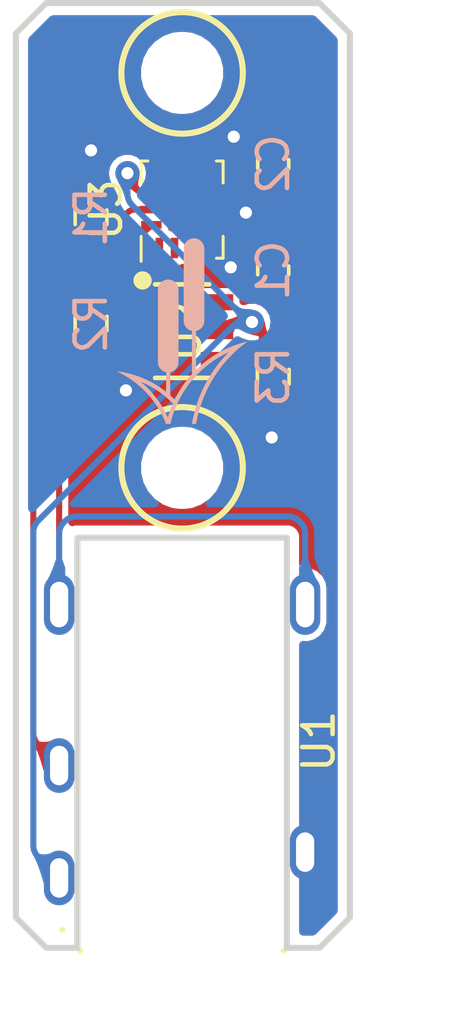
<source format=kicad_pcb>
(kicad_pcb (version 20221018) (generator pcbnew)
  (layers (0 "F.Cu" signal) (31 "B.Cu" signal) (34 "B.Paste" user) (35 "F.Paste" user) (36 "B.SilkS" user "B.Silkscreen") (37 "F.SilkS" user "F.Silkscreen") (38 "B.Mask" user) (39 "F.Mask" user) (44 "Edge.Cuts" user))
  (net 0 "")
  (net 1 "+3V3")
  (net 2 "/SDA")
  (net 3 "Net-(R2-Pad2)")
  (net 4 "/SCL")
  (net 5 "Net-(U3-VDD)")
  (net 6 "GND")
  (net 7 "Net-(R1-Pad2)")
  (footprint "SOT-23-6_L2.9-W1.6-P0.95-LS2.8-BL:SOT-23-6_L2.9-W1.6-P0.95-LS2.8-BL" (layer "F.Cu") (at 147 92.5 -90)
    (fp_text reference "U2" (at 0 -0.1 90) (layer "F.SilkS"))
    (fp_text value "SRV05-4_C558418")
    (fp_line (start -1.539192 0.889205) (end -1.539192 -0.889205) (stroke (width 0.1524)) (layer "F.SilkS"))
    (fp_line (start 1.539192 0.889205) (end 1.539192 -0.889205) (stroke (width 0.1524)) (layer "F.SilkS"))
    (fp_circle (center -1.668275 1.301499) (end -1.518161 1.301499) (stroke (width 0.3)) (fill none) (layer "F.SilkS"))
    (fp_circle (center -1.463018 1.4) (end -1.43302 1.4) (stroke (width 0.059995)) (fill none) (layer "F.SilkS"))
    (pad "1" smd rect (at -0.949962 1.149098 270) (size 0.532004 1.072009) (layers "F.Cu" "F.Paste" "F.Mask") (net 2 "/SDA"))
    (pad "2" smd rect (at 0 1.149098 270) (size 0.532004 1.072009) (layers "F.Cu" "F.Paste" "F.Mask") (net 6 "GND"))
    (pad "3" smd rect (at 0.949962 1.149098 270) (size 0.532004 1.072009) (layers "F.Cu" "F.Paste" "F.Mask") (net 4 "/SCL"))
    (pad "4" smd rect (at 0.949962 -1.149098 270) (size 0.532004 1.072009) (layers "F.Cu" "F.Paste" "F.Mask"))
    (pad "5" smd rect (at 0 -1.149098 270) (size 0.532004 1.072009) (layers "F.Cu" "F.Paste" "F.Mask") (net 1 "+3V3"))
    (pad "6" smd rect (at -0.949962 -1.149098 270) (size 0.532004 1.072009) (layers "F.Cu" "F.Paste" "F.Mask"))
  )
  (footprint "AUDIO-TH_ST-0277D00-052-142:AUDIO-TH_ST-0277D00-052-142" (layer "F.Cu") (at 147 106 90)
    (fp_text reference "U1" (at 0 4.5 270) (layer "F.SilkS"))
    (fp_text value "ST-0277D00-052-142")
    (fp_line (start -6.8 -3.45) (end -6.8 -4.5) (stroke (width 0.15)) (layer "F.SilkS"))
    (fp_line (start -6.8 -3.45) (end 6.7 -3.45) (stroke (width 0.15)) (layer "F.SilkS"))
    (fp_line (start -6.8 3.45) (end -6.8 4.5) (stroke (width 0.15)) (layer "F.SilkS"))
    (fp_line (start 6.7 -3.45) (end 6.7 3.45) (stroke (width 0.15)) (layer "F.SilkS"))
    (fp_line (start 6.7 3.45) (end -6.8 3.45) (stroke (width 0.15)) (layer "F.SilkS"))
    (fp_circle (center -6.9 -3.35) (end -6.9 -3.35) (stroke (width 0.1)) (fill none) (layer "F.SilkS"))
    (fp_circle (center -6.9 3.35) (end -6.9 3.35) (stroke (width 0.1)) (fill none) (layer "F.SilkS"))
    (fp_circle (center -6.2 -3.95) (end -6.2 -3.9) (stroke (width 0.1)) (fill none) (layer "F.SilkS"))
    (pad "1" thru_hole oval (at -4.5 -4.050038 90) (size 1.8 1) (drill oval 1.300025 0.6) (layers "*.Cu" "*.Mask") (net 1 "+3V3"))
    (pad "2" thru_hole oval (at -3.64986 4.050038 90) (size 1.8 1) (drill oval 1.3 0.6) (layers "*.Cu" "*.Mask") (net 6 "GND"))
    (pad "3" thru_hole oval (at -0.799975 -4.050038 90) (size 1.8 1) (drill oval 1.3 0.6) (layers "*.Cu" "*.Mask") (net 7 "Net-(R1-Pad2)"))
    (pad "4" thru_hole oval (at 4.5 4.050038 90) (size 2 1) (drill oval 1.5 0.6) (layers "*.Cu" "*.Mask") (net 3 "Net-(R2-Pad2)"))
    (pad "5" thru_hole oval (at 4.5 -4.050038 90) (size 2 1) (drill oval 1.5 0.6) (layers "*.Cu" "*.Mask") (net 3 "Net-(R2-Pad2)"))
  )
  (footprint "" (layer "F.Cu") (at 147 84)
    (fp_text reference "" (at 0 0) (layer "F.SilkS") (effects (font (size 1.27 1.27))))
    (fp_text value "" (at 0 0) (layer "F.SilkS") (effects (font (size 1.27 1.27))))
    (pad "" np_thru_hole circle (at 0 0) (size 2.2 2.2) (drill 2.2) (layers "F&B.Cu" "*.Mask"))
  )
  (footprint "Package_LGA:Bosch_LGA-14_3x2.5mm_P0.5mm" (layer "F.Cu") (at 147 88.5 90)
    (fp_text reference "U3" (at 0 -2.5 90) (layer "F.SilkS"))
    (fp_text value "BMI270")
    (fp_line (start -1.7 -1.35) (end -0.88 -1.35) (stroke (width 0.1)) (layer "F.SilkS"))
    (fp_line (start -1.6 1.35) (end -1.6 1.13) (stroke (width 0.1)) (layer "F.SilkS"))
    (fp_line (start -1.6 1.35) (end -0.88 1.35) (stroke (width 0.1)) (layer "F.SilkS"))
    (fp_line (start 0.88 -1.35) (end 1.6 -1.35) (stroke (width 0.1)) (layer "F.SilkS"))
    (fp_line (start 1.6 -1.35) (end 1.6 -1.13) (stroke (width 0.1)) (layer "F.SilkS"))
    (fp_line (start 1.6 1.13) (end 1.6 1.35) (stroke (width 0.1)) (layer "F.SilkS"))
    (fp_line (start 1.6 1.35) (end 0.88 1.35) (stroke (width 0.1)) (layer "F.SilkS"))
    (pad "1" smd rect (at -1.2625 -0.75 90) (size 0.675 0.25) (layers "F.Cu" "F.Paste" "F.Mask") (net 1 "+3V3"))
    (pad "2" smd rect (at -1.2625 -0.25 90) (size 0.675 0.25) (layers "F.Cu" "F.Paste" "F.Mask"))
    (pad "3" smd rect (at -1.2625 0.25 90) (size 0.675 0.25) (layers "F.Cu" "F.Paste" "F.Mask"))
    (pad "4" smd rect (at -1.2625 0.75 90) (size 0.675 0.25) (layers "F.Cu" "F.Paste" "F.Mask"))
    (pad "5" smd rect (at -0.5 1.0125 90) (size 0.25 0.675) (layers "F.Cu" "F.Paste" "F.Mask") (net 5 "Net-(U3-VDD)"))
    (pad "6" smd rect (at 0 1.0125 90) (size 0.25 0.675) (layers "F.Cu" "F.Paste" "F.Mask") (net 6 "GND"))
    (pad "7" smd rect (at 0.5 1.0125 90) (size 0.25 0.675) (layers "F.Cu" "F.Paste" "F.Mask") (net 6 "GND"))
    (pad "8" smd rect (at 1.2625 0.75 90) (size 0.675 0.25) (layers "F.Cu" "F.Paste" "F.Mask") (net 5 "Net-(U3-VDD)"))
    (pad "9" smd rect (at 1.2625 0.25 90) (size 0.675 0.25) (layers "F.Cu" "F.Paste" "F.Mask"))
    (pad "10" smd rect (at 1.2625 -0.25 90) (size 0.675 0.25) (layers "F.Cu" "F.Paste" "F.Mask"))
    (pad "11" smd rect (at 1.2625 -0.75 90) (size 0.675 0.25) (layers "F.Cu" "F.Paste" "F.Mask"))
    (pad "12" smd rect (at 0.5 -1.0125 90) (size 0.25 0.675) (layers "F.Cu" "F.Paste" "F.Mask") (net 1 "+3V3"))
    (pad "13" smd rect (at 0 -1.0125 90) (size 0.25 0.675) (layers "F.Cu" "F.Paste" "F.Mask") (net 4 "/SCL"))
    (pad "14" smd rect (at -0.5 -1.0125 90) (size 0.25 0.675) (layers "F.Cu" "F.Paste" "F.Mask") (net 2 "/SDA"))
  )
  (footprint "" (layer "F.Cu") (at 147 97)
    (fp_text reference "" (at 0 0) (layer "F.SilkS") (effects (font (size 1.27 1.27))))
    (fp_text value "" (at 0 0) (layer "F.SilkS") (effects (font (size 1.27 1.27))))
    (pad "" np_thru_hole circle (at 0 0) (size 2.2 2.2) (drill 2.2) (layers "F&B.Cu" "*.Mask"))
  )
  (footprint "Resistor_SMD:R_0603_1608Metric" (layer "F.Cu") (at 150 94 -90)
    (fp_text reference "R3" (at 0 0 -90) (layer "B.SilkS") (effects (justify mirror)))
    (fp_text value "1k")
    (fp_line (start -0.237258 -0.5225) (end 0.237258 -0.5225) (stroke (width 0.12)) (layer "F.SilkS"))
    (fp_line (start -0.237258 0.5225) (end 0.237258 0.5225) (stroke (width 0.12)) (layer "F.SilkS"))
    (pad "1" smd roundrect (at -0.825 0 270) (size 0.8 0.95) (layers "F.Cu" "F.Paste" "F.Mask") (net 1 "+3V3"))
    (pad "2" smd roundrect (at 0.825 0 270) (size 0.8 0.95) (layers "F.Cu" "F.Paste" "F.Mask") (net 5 "Net-(U3-VDD)"))
  )
  (footprint "Resistor_SMD:R_0603_1608Metric" (layer "F.Cu") (at 144 92.25 90)
    (fp_text reference "R2" (at 0 0 90) (layer "B.SilkS") (effects (justify mirror)))
    (fp_text value "1k")
    (fp_line (start -0.237258 -0.5225) (end 0.237258 -0.5225) (stroke (width 0.12)) (layer "F.SilkS"))
    (fp_line (start -0.237258 0.5225) (end 0.237258 0.5225) (stroke (width 0.12)) (layer "F.SilkS"))
    (pad "1" smd roundrect (at -0.825 0 90) (size 0.8 0.95) (layers "F.Cu" "F.Paste" "F.Mask") (net 4 "/SCL"))
    (pad "2" smd roundrect (at 0.825 0 90) (size 0.8 0.95) (layers "F.Cu" "F.Paste" "F.Mask") (net 3 "Net-(R2-Pad2)"))
  )
  (footprint "Capacitor_SMD:C_0603_1608Metric" (layer "F.Cu") (at 150 90.5 -90)
    (fp_text reference "C1" (at 0 0 90) (layer "B.SilkS") (effects (justify mirror)))
    (fp_text value "100n")
    (fp_line (start -0.14058 -0.51) (end 0.14058 -0.51) (stroke (width 0.12)) (layer "F.SilkS"))
    (fp_line (start -0.14058 0.51) (end 0.14058 0.51) (stroke (width 0.12)) (layer "F.SilkS"))
    (pad "1" smd roundrect (at -0.775 0 270) (size 0.9 0.95) (layers "F.Cu" "F.Paste" "F.Mask") (net 5 "Net-(U3-VDD)"))
    (pad "2" smd roundrect (at 0.775 0 270) (size 0.9 0.95) (layers "F.Cu" "F.Paste" "F.Mask") (net 6 "GND"))
  )
  (footprint "Capacitor_SMD:C_0603_1608Metric" (layer "F.Cu") (at 150 87 90)
    (fp_text reference "C2" (at 0 0 90) (layer "B.SilkS") (effects (justify mirror)))
    (fp_text value "100n")
    (fp_line (start -0.14058 -0.51) (end 0.14058 -0.51) (stroke (width 0.12)) (layer "F.SilkS"))
    (fp_line (start -0.14058 0.51) (end 0.14058 0.51) (stroke (width 0.12)) (layer "F.SilkS"))
    (pad "1" smd roundrect (at -0.775 0 90) (size 0.9 0.95) (layers "F.Cu" "F.Paste" "F.Mask") (net 5 "Net-(U3-VDD)"))
    (pad "2" smd roundrect (at 0.775 0 90) (size 0.9 0.95) (layers "F.Cu" "F.Paste" "F.Mask") (net 6 "GND"))
  )
  (footprint "Resistor_SMD:R_0603_1608Metric" (layer "F.Cu") (at 144 88.75 90)
    (fp_text reference "R1" (at 0 0 90) (layer "B.SilkS") (effects (justify mirror)))
    (fp_text value "1k")
    (fp_line (start -0.237258 -0.5225) (end 0.237258 -0.5225) (stroke (width 0.12)) (layer "F.SilkS"))
    (fp_line (start -0.237258 0.5225) (end 0.237258 0.5225) (stroke (width 0.12)) (layer "F.SilkS"))
    (pad "1" smd roundrect (at -0.825 0 90) (size 0.8 0.95) (layers "F.Cu" "F.Paste" "F.Mask") (net 2 "/SDA"))
    (pad "2" smd roundrect (at 0.825 0 90) (size 0.8 0.95) (layers "F.Cu" "F.Paste" "F.Mask") (net 7 "Net-(R1-Pad2)"))
  )
  (gr_poly (pts (xy 147.297965 89.456279) (xy 147.23955 89.478975) (xy 147.18622 89.511996) (xy 147.139867 89.554226) (xy 147.102071 89.604239) (xy 147.074134 89.660452) (xy 147.056988 89.720604) (xy 147.051283 89.783143) (xy 147.051128 92.161075) (xy 147.056027 92.219025) (xy 147.070817 92.275207) (xy 147.094939 92.328072) (xy 147.127619 92.376008) (xy 147.168113 92.417617) (xy 147.214932 92.45191) (xy 147.267177 92.477614) (xy 147.322894 92.493954) (xy 147.322739 93.912875) (xy 147.190189 94.067191) (xy 147.066848 94.228793) (xy 146.952684 94.397062) (xy 146.848567 94.571532) (xy 146.754247 94.751862) (xy 146.609325 94.613917) (xy 146.609325 93.852879) (xy 146.664888 93.836507) (xy 146.717102 93.810803) (xy 146.763952 93.776511) (xy 146.804414 93.734901) (xy 146.83728 93.686966) (xy 146.861248 93.634101) (xy 146.876007 93.577918) (xy 146.881092 93.519969) (xy 146.881402 91.142067) (xy 146.875542 91.079497) (xy 146.858396 91.019191) (xy 146.830459 90.963133) (xy 146.792663 90.91312) (xy 146.746309 90.870921) (xy 146.692979 90.8379) (xy 146.634564 90.815173) (xy 146.572956 90.803762) (xy 146.510262 90.803762) (xy 146.448653 90.815173) (xy 146.390238 90.8379) (xy 146.336908 90.870921) (xy 146.290554 90.91312) (xy 146.252758 90.963133) (xy 146.224822 91.019191) (xy 146.207675 91.079497) (xy 146.20197 91.142067) (xy 146.20166 93.519969) (xy 146.206559 93.577918) (xy 146.221318 93.634101) (xy 146.245472 93.686966) (xy 146.278152 93.734901) (xy 146.318646 93.776511) (xy 146.365619 93.810803) (xy 146.417709 93.836507) (xy 146.473427 93.852879) (xy 146.473427 94.499133) (xy 146.314212 94.380071) (xy 146.147989 94.271178) (xy 145.975256 94.172921) (xy 145.796848 94.085423) (xy 145.613324 94.009241) (xy 145.425367 93.944625) (xy 145.233905 93.891605) (xy 145.039282 93.850801) (xy 144.842736 93.822213) (xy 145.010694 93.905402) (xy 145.173568 93.998606) (xy 145.330427 94.101297) (xy 145.481084 94.213074) (xy 145.62492 94.333407) (xy 145.761129 94.462144) (xy 145.88971 94.598848) (xy 146.009703 94.742809) (xy 146.121169 94.893621) (xy 146.223395 95.050945) (xy 146.316103 95.214005) (xy 146.398982 95.382118) (xy 146.471535 95.554976) (xy 146.614875 95.554976) (xy 146.664082 95.364166) (xy 146.724078 95.176673) (xy 146.794585 94.992685) (xy 146.843663 94.883947) (xy 146.693289 94.883947) (xy 146.631711 95.033799) (xy 146.577079 95.186223) (xy 146.529454 95.341005) (xy 146.448343 95.173511) (xy 146.357868 95.010792) (xy 146.258308 94.853624) (xy 146.150067 94.702191) (xy 146.033516 94.557239) (xy 145.908903 94.418983) (xy 145.776663 94.288015) (xy 145.637292 94.164642) (xy 145.80525 94.239273) (xy 145.96859 94.323889) (xy 146.126409 94.418022) (xy 146.278493 94.52152) (xy 146.423911 94.633916) (xy 146.56232 94.75487) (xy 146.693289 94.883947) (xy 146.843663 94.883947) (xy 146.875542 94.813316) (xy 146.966668 94.638691) (xy 147.067623 94.469616) (xy 147.178128 94.306587) (xy 147.297811 94.150193) (xy 147.426237 94.001148) (xy 147.563097 93.85939) (xy 147.707863 93.725878) (xy 147.859947 93.60077) (xy 148.019007 93.48456) (xy 148.184423 93.377713) (xy 148.355885 93.280572) (xy 148.532402 93.193415) (xy 148.378272 93.35694) (xy 148.232699 93.528061) (xy 148.09618 93.7065) (xy 147.968994 93.89176) (xy 147.851389 94.083221) (xy 147.743737 94.280387) (xy 147.64644 94.482949) (xy 147.559593 94.69013) (xy 147.483381 94.901558) (xy 147.418299 95.116522) (xy 147.364163 95.334493) (xy 147.321158 95.554976) (xy 147.459103 95.555131) (xy 147.502139 95.340353) (xy 147.556089 95.128118) (xy 147.621015 94.91886) (xy 147.696422 94.713291) (xy 147.782463 94.511846) (xy 147.878829 94.31499) (xy 147.98521 94.123529) (xy 148.101234 93.937803) (xy 148.226653 93.758248) (xy 148.36128 93.58536) (xy 148.50462 93.419788) (xy 148.656394 93.26169) (xy 148.81595 93.111653) (xy 148.983103 92.970048) (xy 149.157263 92.837344) (xy 148.967383 92.88686) (xy 148.780542 92.946887) (xy 148.597173 93.017053) (xy 148.417959 93.097048) (xy 148.243334 93.186903) (xy 148.074104 93.286277) (xy 147.910269 93.394705) (xy 147.752791 93.512031) (xy 147.602133 93.63776) (xy 147.458638 93.771581) (xy 147.458793 92.49414) (xy 147.514355 92.477768) (xy 147.566569 92.452065) (xy 147.613419 92.417772) (xy 147.653882 92.376162) (xy 147.686593 92.328227) (xy 147.710715 92.275362) (xy 147.725474 92.21918) (xy 147.730559 92.16123) (xy 147.730714 89.783298) (xy 147.724854 89.720759) (xy 147.707708 89.660607) (xy 147.679772 89.604394) (xy 147.641976 89.554381) (xy 147.595622 89.512151) (xy 147.542292 89.479161) (xy 147.483877 89.456434) (xy 147.422268 89.445024) (xy 147.359574 89.444869)) (fill solid) (layer "B.SilkS"))
  (gr_circle (center 147 84) (end 148.99999 83.999991) (stroke (width 0.2)) (fill none) (layer "F.SilkS"))
  (gr_circle (center 147 97) (end 148.99999 96.999991) (stroke (width 0.2)) (fill none) (layer "F.SilkS"))
  (gr_line (start 152.525 82.7) (end 151.525 81.7) (stroke (width 0.2)) (layer "Edge.Cuts"))
  (gr_line (start 143.55 112.8) (end 143.55 112.8) (stroke (width 0.2)) (layer "Edge.Cuts"))
  (gr_line (start 141.525 111.8) (end 142.525 112.8) (stroke (width 0.2)) (layer "Edge.Cuts"))
  (gr_line (start 142.525 81.7) (end 141.525 82.7) (stroke (width 0.2)) (layer "Edge.Cuts"))
  (gr_line (start 143.55 99.3) (end 150.45 99.3) (stroke (width 0.2)) (layer "Edge.Cuts"))
  (gr_line (start 150.45 112.8) (end 150.45 99.3) (stroke (width 0.2)) (layer "Edge.Cuts"))
  (gr_line (start 141.525 111.8) (end 141.525 82.7) (stroke (width 0.2)) (layer "Edge.Cuts"))
  (gr_line (start 142.525 81.7) (end 151.525 81.7) (stroke (width 0.2)) (layer "Edge.Cuts"))
  (gr_line (start 142.525 112.8) (end 143.55 112.8) (stroke (width 0.2)) (layer "Edge.Cuts"))
  (gr_line (start 143.55 112.8) (end 143.55 99.3) (stroke (width 0.2)) (layer "Edge.Cuts"))
  (gr_line (start 150.45 112.8) (end 151.525 112.8) (stroke (width 0.2)) (layer "Edge.Cuts"))
  (gr_line (start 152.525 111.8) (end 152.525 82.7) (stroke (width 0.2)) (layer "Edge.Cuts"))
  (gr_line (start 152.525 111.8) (end 151.525 112.8) (stroke (width 0.2)) (layer "Edge.Cuts"))
  (segment (start 147.747143 92.392551) (end 147.76534 92.392551) (width 0.2) (layer "F.Cu") (net 1))
  (segment (start 149.902772 92.802772) (end 149.3 92.2) (width 0.2) (layer "F.Cu") (net 1))
  (segment (start 150 93.080051) (end 150 92.985103) (width 0.2) (layer "F.Cu") (net 1))
  (segment (start 146.84062 90.84062) (end 146.409379 90.409379) (width 0.2) (layer "F.Cu") (net 1))
  (segment (start 145.598353 87.898353) (end 145.27071 87.57071) (width 0.2) (layer "F.Cu") (net 1))
  (segment (start 147.159379 91.822984) (end 147.716078 92.379683) (width 0.2) (layer "F.Cu") (net 1))
  (segment (start 147 91.225395) (end 147 91.438209) (width 0.2) (layer "F.Cu") (net 1))
  (segment (start 148.66123 92.2) (end 149.3 92.2) (width 0.2) (layer "F.Cu") (net 1))
  (segment (start 150 93.0375) (end 150 93.080051) (width 0.2) (layer "F.Cu") (net 1))
  (segment (start 145.84375 88) (end 145.9875 88) (width 0.2) (layer "F.Cu") (net 1))
  (segment (start 146.25 90.024604) (end 146.25 89.7625) (width 0.2) (layer "F.Cu") (net 1))
  (segment (start 145.2 87.3) (end 145.2 87.4) (width 0.2) (layer "F.Cu") (net 1))
  (segment (start 148.299098 92.35) (end 148.149098 92.5) (width 0.2) (layer "F.Cu") (net 1))
  (via (at 145.2 87.3) (size 0.8) (drill 0.4) (layers "F.Cu" "B.Cu") (net 1))
  (via (at 149.3 92.2) (size 0.8) (drill 0.4) (layers "F.Cu" "B.Cu") (net 1))
  (arc (start 145.2 87.4) (mid 145.218376 87.492387) (end 145.27071 87.57071) (width 0.2) (layer "F.Cu") (net 1))
  (arc (start 147 91.438209) (mid 147.041421 91.646447) (end 147.159379 91.822984) (width 0.2) (layer "F.Cu") (net 1))
  (arc (start 150 93.080051) (mid 150 93.080051) (end 150 93.080051) (width 0.2) (layer "F.Cu") (net 1))
  (arc (start 148.66123 92.2) (mid 148.465245 92.238983) (end 148.299098 92.35) (width 0.2) (layer "F.Cu") (net 1))
  (arc (start 146.25 90.024604) (mid 146.291421 90.232842) (end 146.409379 90.409379) (width 0.2) (layer "F.Cu") (net 1))
  (arc (start 147.716078 92.379683) (mid 147.73033 92.389206) (end 147.747143 92.392551) (width 0.2) (layer "F.Cu") (net 1))
  (arc (start 149.902772 92.802772) (mid 149.974731 92.910466) (end 150 93.0375) (width 0.2) (layer "F.Cu") (net 1))
  (arc (start 145.598353 87.898353) (mid 145.710942 87.973582) (end 145.84375 88) (width 0.2) (layer "F.Cu") (net 1))
  (arc (start 146.84062 90.84062) (mid 146.958578 91.017156) (end 147 91.225395) (width 0.2) (layer "F.Cu") (net 1))
  (segment (start 145.2 87.3) (end 145.2 87.974604) (width 0.2) (layer "B.Cu") (net 1))
  (segment (start 142.1 99.125395) (end 142.1 109.424642) (width 0.2) (layer "B.Cu") (net 1))
  (segment (start 145.359379 88.359379) (end 149.164644 92.164644) (width 0.2) (layer "B.Cu") (net 1))
  (segment (start 149.25 92.2) (end 149.3 92.2) (width 0.2) (layer "B.Cu") (net 1))
  (segment (start 142.259378 98.74062) (end 148.64062 92.359379) (width 0.2) (layer "B.Cu") (net 1))
  (segment (start 142.259379 109.809417) (end 142.949962 110.5) (width 0.2) (layer "B.Cu") (net 1))
  (segment (start 149.025395 92.2) (end 149.3 92.2) (width 0.2) (layer "B.Cu") (net 1))
  (arc (start 142.259378 98.74062) (mid 142.14142 98.917156) (end 142.1 99.125395) (width 0.2) (layer "B.Cu") (net 1))
  (arc (start 145.2 87.974604) (mid 145.241421 88.182842) (end 145.359379 88.359379) (width 0.2) (layer "B.Cu") (net 1))
  (arc (start 149.025395 92.2) (mid 148.817156 92.241421) (end 148.64062 92.359379) (width 0.2) (layer "B.Cu") (net 1))
  (arc (start 149.164644 92.164644) (mid 149.203805 92.190811) (end 149.25 92.2) (width 0.2) (layer "B.Cu") (net 1))
  (arc (start 142.1 109.424642) (mid 142.141421 109.63288) (end 142.259379 109.809417) (width 0.2) (layer "B.Cu") (net 1))
  (segment (start 145.335171 89.652328) (end 145.9875 89) (width 0.2) (layer "F.Cu") (net 2))
  (segment (start 145.850902 90.676297) (end 145.850902 91.550038) (width 0.2) (layer "F.Cu") (net 2))
  (segment (start 144.373429 89.79375) (end 144.968354 89.79375) (width 0.2) (layer "F.Cu") (net 2))
  (segment (start 144.109375 89.684375) (end 144 89.575) (width 0.2) (layer "F.Cu") (net 2))
  (segment (start 145.691522 90.291522) (end 145.353129 89.953129) (width 0.2) (layer "F.Cu") (net 2))
  (arc (start 144.109375 89.684375) (mid 144.230524 89.765324) (end 144.373429 89.79375) (width 0.2) (layer "F.Cu") (net 2))
  (arc (start 145.691522 90.291522) (mid 145.80948 90.468058) (end 145.850902 90.676297) (width 0.2) (layer "F.Cu") (net 2))
  (arc (start 144.968354 89.79375) (mid 145.171925 89.756995) (end 145.335171 89.652328) (width 0.2) (layer "F.Cu") (net 2))
  (arc (start 145.353129 89.953129) (mid 145.176592 89.835171) (end 144.968354 89.79375) (width 0.2) (layer "F.Cu") (net 2))
  (arc (start 145.335171 89.652328) (mid 145.281852 89.799009) (end 145.353129 89.953129) (width 0.2) (layer "F.Cu") (net 2))
  (segment (start 142.949962 92.700433) (end 142.949962 101.5) (width 0.2) (layer "F.Cu") (net 3))
  (segment (start 143.109341 92.315658) (end 144 91.425) (width 0.2) (layer "F.Cu") (net 3))
  (arc (start 143.109341 92.315658) (mid 142.991383 92.492194) (end 142.949962 92.700433) (width 0.2) (layer "F.Cu") (net 3))
  (segment (start 151.050038 99.175433) (end 151.050038 101.5) (width 0.2) (layer "B.Cu") (net 3))
  (segment (start 150.859379 98.759379) (end 150.890658 98.790658) (width 0.2) (layer "B.Cu") (net 3))
  (segment (start 150.474604 98.6) (end 143.525396 98.6) (width 0.2) (layer "B.Cu") (net 3))
  (segment (start 143.109341 98.790658) (end 143.14062 98.759378) (width 0.2) (layer "B.Cu") (net 3))
  (segment (start 142.949962 99.175433) (end 142.949962 101.5) (width 0.2) (layer "B.Cu") (net 3))
  (arc (start 143.14062 98.759378) (mid 143.317156 98.64142) (end 143.525396 98.6) (width 0.2) (layer "B.Cu") (net 3))
  (arc (start 150.890658 98.790658) (mid 151.008616 98.967194) (end 151.050038 99.175433) (width 0.2) (layer "B.Cu") (net 3))
  (arc (start 142.949962 99.175433) (mid 142.991383 98.967194) (end 143.109341 98.790658) (width 0.2) (layer "B.Cu") (net 3))
  (arc (start 150.474604 98.6) (mid 150.682842 98.641421) (end 150.859379 98.759379) (width 0.2) (layer "B.Cu") (net 3))
  (segment (start 144.875 93.057322) (end 144.875 91.200395) (width 0.2) (layer "F.Cu") (net 4))
  (segment (start 144.857322 93.075) (end 144 93.075) (width 0.2) (layer "F.Cu") (net 4))
  (segment (start 144.9125 93.1125) (end 145.090582 93.290582) (width 0.2) (layer "F.Cu") (net 4))
  (segment (start 144.8875 93.0875) (end 144.9125 93.1125) (width 0.2) (layer "F.Cu") (net 4))
  (segment (start 144.559379 90.659379) (end 144.71562 90.81562) (width 0.2) (layer "F.Cu") (net 4))
  (segment (start 145.475357 93.449962) (end 145.850902 93.449962) (width 0.2) (layer "F.Cu") (net 4))
  (segment (start 143.1 89.325395) (end 143.1 89.874604) (width 0.2) (layer "F.Cu") (net 4))
  (segment (start 144.174604 90.5) (end 143.725395 90.5) (width 0.2) (layer "F.Cu") (net 4))
  (segment (start 143.34062 90.34062) (end 143.259379 90.259379) (width 0.2) (layer "F.Cu") (net 4))
  (segment (start 143.725396 88.7) (end 144.958578 88.7) (width 0.2) (layer "F.Cu") (net 4))
  (segment (start 143.34062 88.859378) (end 143.259379 88.94062) (width 0.2) (layer "F.Cu") (net 4))
  (segment (start 145.441421 88.5) (end 145.9875 88.5) (width 0.2) (layer "F.Cu") (net 4))
  (arc (start 144.559379 90.659379) (mid 144.382842 90.541421) (end 144.174604 90.5) (width 0.2) (layer "F.Cu") (net 4))
  (arc (start 145.090582 93.290582) (mid 145.267118 93.40854) (end 145.475357 93.449962) (width 0.2) (layer "F.Cu") (net 4))
  (arc (start 144.857322 93.075) (mid 144.869822 93.069822) (end 144.875 93.057322) (width 0.2) (layer "F.Cu") (net 4))
  (arc (start 143.34062 90.34062) (mid 143.517156 90.458578) (end 143.725395 90.5) (width 0.2) (layer "F.Cu") (net 4))
  (arc (start 144.8875 93.0875) (mid 144.873654 93.078248) (end 144.857322 93.075) (width 0.2) (layer "F.Cu") (net 4))
  (arc (start 143.725396 88.7) (mid 143.517156 88.74142) (end 143.34062 88.859378) (width 0.2) (layer "F.Cu") (net 4))
  (arc (start 143.259379 88.94062) (mid 143.141421 89.117156) (end 143.1 89.325395) (width 0.2) (layer "F.Cu") (net 4))
  (arc (start 144.875 93.057322) (mid 144.878248 93.073654) (end 144.8875 93.0875) (width 0.2) (layer "F.Cu") (net 4))
  (arc (start 143.1 89.874604) (mid 143.141421 90.082842) (end 143.259379 90.259379) (width 0.2) (layer "F.Cu") (net 4))
  (arc (start 145.2 88.6) (mid 145.089234 88.67401) (end 144.958578 88.7) (width 0.2) (layer "F.Cu") (net 4))
  (arc (start 145.441421 88.5) (mid 145.310764 88.525989) (end 145.2 88.6) (width 0.2) (layer "F.Cu") (net 4))
  (arc (start 144.71562 90.81562) (mid 144.833578 90.992156) (end 144.875 91.200395) (width 0.2) (layer "F.Cu") (net 4))
  (segment (start 148.15625 89) (end 148.0125 89) (width 0.2) (layer "F.Cu") (net 5))
  (segment (start 148.401646 89.101646) (end 148.86562 89.56562) (width 0.2) (layer "F.Cu") (net 5))
  (segment (start 150 89.725) (end 149.250395 89.725) (width 0.2) (layer "F.Cu") (net 5))
  (segment (start 151.1 91.050395) (end 151.1 93.499604) (width 0.2) (layer "F.Cu") (net 5))
  (segment (start 150.94062 90.66562) (end 150 89.725) (width 0.2) (layer "F.Cu") (net 5))
  (segment (start 150.94062 93.884379) (end 150 94.825) (width 0.2) (layer "F.Cu") (net 5))
  (segment (start 150 89.725) (end 150 87.775) (width 0.2) (layer "F.Cu") (net 5))
  (segment (start 149.237104 87.2375) (end 147.75 87.2375) (width 0.2) (layer "F.Cu") (net 5))
  (segment (start 149.621879 87.396879) (end 150 87.775) (width 0.2) (layer "F.Cu") (net 5))
  (arc (start 148.86562 89.56562) (mid 149.042156 89.683578) (end 149.250395 89.725) (width 0.2) (layer "F.Cu") (net 5))
  (arc (start 150.94062 90.66562) (mid 151.058578 90.842156) (end 151.1 91.050395) (width 0.2) (layer "F.Cu") (net 5))
  (arc (start 149.621879 87.396879) (mid 149.445342 87.278921) (end 149.237104 87.2375) (width 0.2) (layer "F.Cu") (net 5))
  (arc (start 148.401646 89.101646) (mid 148.289057 89.026416) (end 148.15625 89) (width 0.2) (layer "F.Cu") (net 5))
  (arc (start 151.1 93.499604) (mid 151.058578 93.707842) (end 150.94062 93.884379) (width 0.2) (layer "F.Cu") (net 5))
  (via (at 144 86.55) (size 0.8) (drill 0.4) (layers "F.Cu" "B.Cu") (net 6))
  (via (at 149.95 96) (size 0.8) (drill 0.4) (layers "F.Cu" "B.Cu") (net 6))
  (via (at 148.7 86.1) (size 0.8) (drill 0.4) (layers "F.Cu" "B.Cu") (net 6))
  (via (at 145.15 94.45) (size 0.8) (drill 0.4) (layers "F.Cu" "B.Cu") (net 6))
  (via (at 148.6 90.4) (size 0.8) (drill 0.4) (layers "F.Cu" "B.Cu") (net 6))
  (via (at 149.1 88.6) (size 0.8) (drill 0.4) (layers "F.Cu" "B.Cu") (net 6))
  (segment (start 143.854657 87.925) (end 144 87.925) (width 0.2) (layer "F.Cu") (net 7))
  (segment (start 142.259379 106.109392) (end 142.949962 106.799975) (width 0.2) (layer "F.Cu") (net 7))
  (segment (start 143.60654 88.027772) (end 142.259379 89.374934) (width 0.2) (layer "F.Cu") (net 7))
  (segment (start 142.1 105.724617) (end 142.1 89.759709) (width 0.2) (layer "F.Cu") (net 7))
  (arc (start 143.854657 87.925) (mid 143.720377 87.951709) (end 143.60654 88.027772) (width 0.2) (layer "F.Cu") (net 7))
  (arc (start 142.259379 89.374934) (mid 142.141421 89.55147) (end 142.1 89.759709) (width 0.2) (layer "F.Cu") (net 7))
  (arc (start 142.1 105.724617) (mid 142.141421 105.932855) (end 142.259379 106.109392) (width 0.2) (layer "F.Cu") (net 7))
  (zone (net 6) (net_name "GND") (layers "F&B.Cu") (connect_pads yes (clearance 0)) (min_thickness 0.25) (fill yes (thermal_gap 0.5) (thermal_bridge_width 0.5))
    (polygon (pts (xy 142.525 112.8) (xy 141.525 111.8) (xy 141.525 82.7) (xy 142.525 81.7) (xy 151.525 81.7) (xy 152.525 82.7) (xy 152.525 111.8) (xy 151.525 112.8) (xy 150.45 112.8) (xy 150.45 99.3) (xy 143.55 99.3) (xy 143.55 112.8)))
  )
)
</source>
